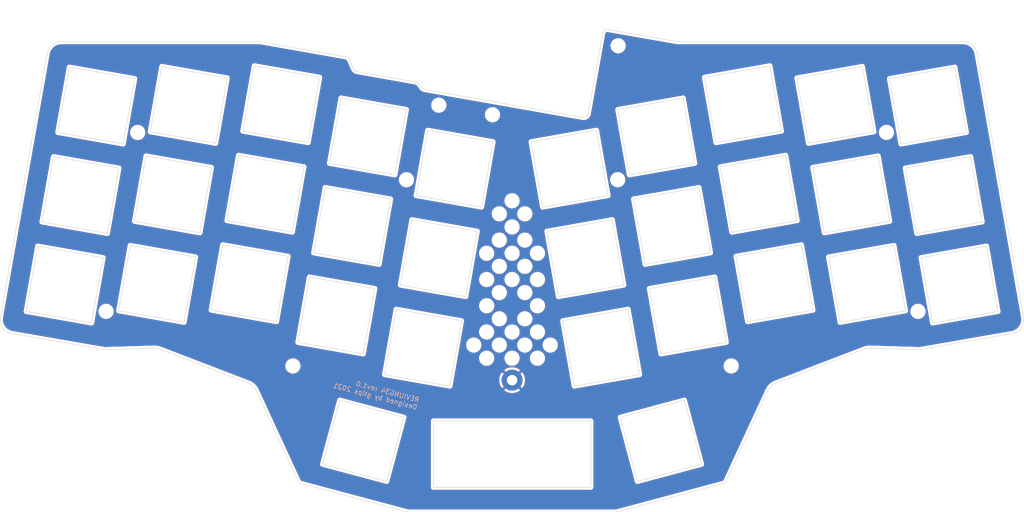
<source format=kicad_pcb>
(kicad_pcb (version 20171130) (host pcbnew "(5.1.9-0-10_14)")
  (layers (0 F.Cu signal) (31 B.Cu signal) (34 B.Paste user) (35 F.Paste user) (36 B.SilkS user) (37 F.SilkS user) (38 B.Mask user) (39 F.Mask user) (44 Edge.Cuts user))
  (net 0 "")
  (net 1 GND)
  (module _reviung-kbd:HOLE_2.2mm (layer F.Cu) (at 132.65 96.31)
    (fp_text reference Ref**)
    (fp_text value Val**)
    (pad "" np_thru_hole circle (at 0 0) (size 2.2 2.2) (drill 2.2) (layers *.Cu *.Mask))
  )
  (module _reviung-kbd:HOLE_2.2mm (layer F.Cu) (at 127.33 96.31)
    (fp_text reference Ref**)
    (fp_text value Val**)
    (pad "" np_thru_hole circle (at 0 0) (size 2.2 2.2) (drill 2.2) (layers *.Cu *.Mask))
  )
  (module _reviung-kbd:HOLE_2.2mm (layer F.Cu) (at 122.01 96.31)
    (fp_text reference Ref**)
    (fp_text value Val**)
    (pad "" np_thru_hole circle (at 0 0) (size 2.2 2.2) (drill 2.2) (layers *.Cu *.Mask))
  )
  (module _reviung-kbd:HOLE_2.2mm (layer F.Cu) (at 135.33 93.55)
    (fp_text reference Ref**)
    (fp_text value Val**)
    (pad "" np_thru_hole circle (at 0 0) (size 2.2 2.2) (drill 2.2) (layers *.Cu *.Mask))
  )
  (module _reviung-kbd:HOLE_2.2mm (layer F.Cu) (at 130 93.55)
    (fp_text reference Ref**)
    (fp_text value Val**)
    (pad "" np_thru_hole circle (at 0 0) (size 2.2 2.2) (drill 2.2) (layers *.Cu *.Mask))
  )
  (module _reviung-kbd:HOLE_2.2mm (layer F.Cu) (at 124.66 93.55)
    (fp_text reference Ref**)
    (fp_text value Val**)
    (pad "" np_thru_hole circle (at 0 0) (size 2.2 2.2) (drill 2.2) (layers *.Cu *.Mask))
  )
  (module _reviung-kbd:HOLE_2.2mm (layer F.Cu) (at 119.31 93.55)
    (fp_text reference Ref**)
    (fp_text value Val**)
    (pad "" np_thru_hole circle (at 0 0) (size 2.2 2.2) (drill 2.2) (layers *.Cu *.Mask))
  )
  (module _reviung-kbd:HOLE_2.2mm (layer F.Cu) (at 132.65 90.81)
    (fp_text reference Ref**)
    (fp_text value Val**)
    (pad "" np_thru_hole circle (at 0 0) (size 2.2 2.2) (drill 2.2) (layers *.Cu *.Mask))
  )
  (module _reviung-kbd:HOLE_2.2mm (layer F.Cu) (at 127.33 90.81)
    (fp_text reference Ref**)
    (fp_text value Val**)
    (pad "" np_thru_hole circle (at 0 0) (size 2.2 2.2) (drill 2.2) (layers *.Cu *.Mask))
  )
  (module _reviung-kbd:HOLE_2.2mm (layer F.Cu) (at 122.01 90.81)
    (fp_text reference Ref**)
    (fp_text value Val**)
    (pad "" np_thru_hole circle (at 0 0) (size 2.2 2.2) (drill 2.2) (layers *.Cu *.Mask))
  )
  (module _reviung-kbd:HOLE_2.2mm (layer F.Cu) (at 130 88.05)
    (fp_text reference Ref**)
    (fp_text value Val**)
    (pad "" np_thru_hole circle (at 0 0) (size 2.2 2.2) (drill 2.2) (layers *.Cu *.Mask))
  )
  (module _reviung-kbd:HOLE_2.2mm (layer F.Cu) (at 124.66 88.05)
    (fp_text reference Ref**)
    (fp_text value Val**)
    (pad "" np_thru_hole circle (at 0 0) (size 2.2 2.2) (drill 2.2) (layers *.Cu *.Mask))
  )
  (module _reviung-kbd:HOLE_2.2mm (layer F.Cu) (at 132.65 85.31)
    (fp_text reference Ref**)
    (fp_text value Val**)
    (pad "" np_thru_hole circle (at 0 0) (size 2.2 2.2) (drill 2.2) (layers *.Cu *.Mask))
  )
  (module _reviung-kbd:HOLE_2.2mm (layer F.Cu) (at 122.02 85.31)
    (fp_text reference Ref**)
    (fp_text value Val**)
    (pad "" np_thru_hole circle (at 0 0) (size 2.2 2.2) (drill 2.2) (layers *.Cu *.Mask))
  )
  (module _reviung-kbd:HOLE_2.2mm (layer F.Cu) (at 130 82.55)
    (fp_text reference Ref**)
    (fp_text value Val**)
    (pad "" np_thru_hole circle (at 0 0) (size 2.2 2.2) (drill 2.2) (layers *.Cu *.Mask))
  )
  (module _reviung-kbd:HOLE_2.2mm (layer F.Cu) (at 124.66 82.55)
    (fp_text reference Ref**)
    (fp_text value Val**)
    (pad "" np_thru_hole circle (at 0 0) (size 2.2 2.2) (drill 2.2) (layers *.Cu *.Mask))
  )
  (module _reviung-kbd:HOLE_2.2mm (layer F.Cu) (at 132.65 79.81)
    (fp_text reference Ref**)
    (fp_text value Val**)
    (pad "" np_thru_hole circle (at 0 0) (size 2.2 2.2) (drill 2.2) (layers *.Cu *.Mask))
  )
  (module _reviung-kbd:HOLE_2.2mm (layer F.Cu) (at 127.33 79.81)
    (fp_text reference Ref**)
    (fp_text value Val**)
    (pad "" np_thru_hole circle (at 0 0) (size 2.2 2.2) (drill 2.2) (layers *.Cu *.Mask))
  )
  (module _reviung-kbd:HOLE_2.2mm (layer F.Cu) (at 122.01 79.81)
    (fp_text reference Ref**)
    (fp_text value Val**)
    (pad "" np_thru_hole circle (at 0 0) (size 2.2 2.2) (drill 2.2) (layers *.Cu *.Mask))
  )
  (module _reviung-kbd:HOLE_2.2mm (layer F.Cu) (at 130 77.05)
    (fp_text reference Ref**)
    (fp_text value Val**)
    (pad "" np_thru_hole circle (at 0 0) (size 2.2 2.2) (drill 2.2) (layers *.Cu *.Mask))
  )
  (module _reviung-kbd:HOLE_2.2mm (layer F.Cu) (at 124.66 77.05)
    (fp_text reference Ref**)
    (fp_text value Val**)
    (pad "" np_thru_hole circle (at 0 0) (size 2.2 2.2) (drill 2.2) (layers *.Cu *.Mask))
  )
  (module _reviung-kbd:HOLE_2.2mm (layer F.Cu) (at 132.65 74.3)
    (fp_text reference Ref**)
    (fp_text value Val**)
    (pad "" np_thru_hole circle (at 0 0) (size 2.2 2.2) (drill 2.2) (layers *.Cu *.Mask))
  )
  (module _reviung-kbd:HOLE_2.2mm (layer F.Cu) (at 127.34 74.31)
    (fp_text reference Ref**)
    (fp_text value Val**)
    (pad "" np_thru_hole circle (at 0 0) (size 2.2 2.2) (drill 2.2) (layers *.Cu *.Mask))
  )
  (module _reviung-kbd:HOLE_2.2mm (layer F.Cu) (at 122.01 74.31)
    (fp_text reference Ref**)
    (fp_text value Val**)
    (pad "" np_thru_hole circle (at 0 0) (size 2.2 2.2) (drill 2.2) (layers *.Cu *.Mask))
  )
  (module _reviung-kbd:HOLE_2.2mm (layer F.Cu) (at 130 71.55)
    (fp_text reference Ref**)
    (fp_text value Val**)
    (pad "" np_thru_hole circle (at 0 0) (size 2.2 2.2) (drill 2.2) (layers *.Cu *.Mask))
  )
  (module _reviung-kbd:HOLE_2.2mm (layer F.Cu) (at 124.66 71.55)
    (fp_text reference Ref**)
    (fp_text value Val**)
    (pad "" np_thru_hole circle (at 0 0) (size 2.2 2.2) (drill 2.2) (layers *.Cu *.Mask))
  )
  (module _reviung-kbd:HOLE_2.2mm (layer F.Cu) (at 127.33 68.8)
    (fp_text reference Ref**)
    (fp_text value Val**)
    (pad "" np_thru_hole circle (at 0 0) (size 2.2 2.2) (drill 2.2) (layers *.Cu *.Mask))
  )
  (module _reviung-kbd:HOLE_2.2mm (layer F.Cu) (at 130 66.05)
    (fp_text reference Ref**)
    (fp_text value Val**)
    (pad "" np_thru_hole circle (at 0 0) (size 2.2 2.2) (drill 2.2) (layers *.Cu *.Mask))
  )
  (module _reviung-kbd:HOLE_2.2mm (layer F.Cu) (at 124.66 66.05)
    (fp_text reference Ref**)
    (fp_text value Val**)
    (pad "" np_thru_hole circle (at 0 0) (size 2.2 2.2) (drill 2.2) (layers *.Cu *.Mask))
  )
  (module _reviung-kbd:HOLE_2.2mm (layer F.Cu) (at 127.33 63.31)
    (fp_text reference Ref**)
    (fp_text value Val**)
    (pad "" np_thru_hole circle (at 0 0) (size 2.2 2.2) (drill 2.2) (layers *.Cu *.Mask))
  )
  (module _reviung-kbd:HOLE_2.2mm (layer F.Cu) (at 149.54 30.82)
    (fp_text reference Ref**)
    (fp_text value Val**)
    (pad "" np_thru_hole circle (at 0 0) (size 2.2 2.2) (drill 2.2) (layers *.Cu *.Mask))
  )
  (module _reviung-kbd:HOLE_2.2mm (layer F.Cu) (at 123.23 45.27)
    (fp_text reference Ref**)
    (fp_text value Val**)
    (pad "" np_thru_hole circle (at 0 0) (size 2.2 2.2) (drill 2.2) (layers *.Cu *.Mask))
  )
  (module _reviung-kbd:HOLE_2.2mm (layer F.Cu) (at 111.99 43.27)
    (fp_text reference Ref**)
    (fp_text value Val**)
    (pad "" np_thru_hole circle (at 0 0) (size 2.2 2.2) (drill 2.2) (layers *.Cu *.Mask))
  )
  (module MountingHole:MountingHole_2.2mm_M2 (layer F.Cu) (at 212.33 86.49)
    (fp_text reference H8 hide)
    (fp_text value MountingHole_2.2mm_M2 hide)
    (pad 1 np_thru_hole circle (at 0 0) (size 2.2 2.2) (drill 2.2) (layers *.Cu *.Mask))
  )
  (module MountingHole:MountingHole_2.2mm_M2 (layer F.Cu) (at 205.73 48.98)
    (fp_text reference H7 hide)
    (fp_text value MountingHole_2.2mm_M2 hide)
    (pad 1 np_thru_hole circle (at 0 0) (size 2.2 2.2) (drill 2.2) (layers *.Cu *.Mask))
  )
  (module MountingHole:MountingHole_2.2mm_M2 (layer F.Cu) (at 173.22 97.93)
    (fp_text reference H6 hide)
    (fp_text value MountingHole_2.2mm_M2 hide)
    (pad 1 np_thru_hole circle (at 0 0) (size 2.2 2.2) (drill 2.2) (layers *.Cu *.Mask))
  )
  (module MountingHole:MountingHole_2.2mm_M2 (layer F.Cu) (at 149.45 58.89)
    (fp_text reference H5 hide)
    (fp_text value MountingHole_2.2mm_M2 hide)
    (pad 1 np_thru_hole circle (at 0 0) (size 2.2 2.2) (drill 2.2) (layers *.Cu *.Mask))
  )
  (module MountingHole:MountingHole_2.2mm_M2 (layer F.Cu) (at 81.44 97.93)
    (fp_text reference H3 hide)
    (fp_text value MountingHole_2.2mm_M2 hide)
    (pad 1 np_thru_hole circle (at 0 0) (size 2.2 2.2) (drill 2.2) (layers *.Cu *.Mask))
  )
  (module MountingHole:MountingHole_2.2mm_M2 (layer F.Cu) (at 105.22 58.9)
    (fp_text reference H4 hide)
    (fp_text value MountingHole_2.2mm_M2 hide)
    (pad 1 np_thru_hole circle (at 0 0) (size 2.2 2.2) (drill 2.2) (layers *.Cu *.Mask))
  )
  (module MountingHole:MountingHole_2.2mm_M2 (layer F.Cu) (at 42.32 86.49)
    (fp_text reference H2 hide)
    (fp_text value MountingHole_2.2mm_M2 hide)
    (pad 1 np_thru_hole circle (at 0 0) (size 2.2 2.2) (drill 2.2) (layers *.Cu *.Mask))
  )
  (module MountingHole:MountingHole_2.2mm_M2 (layer F.Cu) (at 48.94 48.99)
    (fp_text reference H9 hide)
    (fp_text value MountingHole_2.2mm_M2 hide)
    (pad 1 np_thru_hole circle (at 0 0) (size 2.2 2.2) (drill 2.2) (layers *.Cu *.Mask))
  )
  (module MountingHole:MountingHole_2.2mm_M2_Pad (layer F.Cu) (at 127.34 100.91)
    (fp_text reference H1 hide)
    (fp_text value MountingHole_Pad hide)
    (pad 1 thru_hole circle (at 0 0) (size 4.4 4.4) (drill 2.2) (layers *.Cu *.Mask) (net 1 GND))
  )
  (gr_text "REVIUNG34 rev1.0\nDesigned by gtips 2021" (at 107.73 105.9 -15) (layer B.SilkS) (effects (font (size 1 1)) (justify left mirror)))
  (gr_curve (pts (xy 226.668117 72.814917) (xy 226.668117 72.814917) (xy 229.081816 86.503745) (xy 229.081816 86.503745)) (layer Edge.Cuts) (width 0.1))
  (gr_curve (pts (xy 84.897313 79.292105) (xy 84.897313 79.292105) (xy 98.586142 81.705825) (xy 98.586142 81.705825)) (layer Edge.Cuts) (width 0.1))
  (gr_curve (pts (xy 82.483615 92.980934) (xy 82.483615 92.980934) (xy 84.897313 79.292105) (xy 84.897313 79.292105)) (layer Edge.Cuts) (width 0.1))
  (gr_curve (pts (xy 104.679052 108.698084) (xy 104.679052 108.698084) (xy 101.081468 122.124461) (xy 101.081468 122.124461)) (layer Edge.Cuts) (width 0.1))
  (gr_curve (pts (xy 91.252696 105.1005) (xy 91.252696 105.1005) (xy 104.679052 108.698084) (xy 104.679052 108.698084)) (layer Edge.Cuts) (width 0.1))
  (gr_curve (pts (xy 87.655112 118.526877) (xy 87.655112 118.526877) (xy 91.252696 105.1005) (xy 91.252696 105.1005)) (layer Edge.Cuts) (width 0.1))
  (gr_curve (pts (xy 206.405465 67.604318) (xy 206.405465 67.604318) (xy 192.716637 70.018016) (xy 192.716637 70.018016)) (layer Edge.Cuts) (width 0.1))
  (gr_curve (pts (xy 203.991767 53.915489) (xy 203.991767 53.915489) (xy 206.405465 67.604318) (xy 206.405465 67.604318)) (layer Edge.Cuts) (width 0.1))
  (gr_curve (pts (xy 158.503458 95.394589) (xy 158.503458 95.394589) (xy 156.08976 81.705761) (xy 156.08976 81.705761)) (layer Edge.Cuts) (width 0.1))
  (gr_curve (pts (xy 190.345485 86.227104) (xy 190.345485 86.227104) (xy 176.656657 88.640824) (xy 176.656657 88.640824)) (layer Edge.Cuts) (width 0.1))
  (gr_curve (pts (xy 187.931787 72.538276) (xy 187.931787 72.538276) (xy 190.345485 86.227104) (xy 190.345485 86.227104)) (layer Edge.Cuts) (width 0.1))
  (gr_curve (pts (xy 174.242958 74.951996) (xy 174.242958 74.951996) (xy 187.931787 72.538276) (xy 187.931787 72.538276)) (layer Edge.Cuts) (width 0.1))
  (gr_curve (pts (xy 190.302938 56.329188) (xy 190.302938 56.329188) (xy 203.991767 53.915489) (xy 203.991767 53.915489)) (layer Edge.Cuts) (width 0.1))
  (gr_curve (pts (xy 209.713467 86.364908) (xy 209.713467 86.364908) (xy 196.024639 88.778606) (xy 196.024639 88.778606)) (layer Edge.Cuts) (width 0.1))
  (gr_curve (pts (xy 176.656657 88.640824) (xy 176.656657 88.640824) (xy 174.242958 74.951996) (xy 174.242958 74.951996)) (layer Edge.Cuts) (width 0.1))
  (gr_curve (pts (xy 192.716637 70.018016) (xy 192.716637 70.018016) (xy 190.302938 56.329188) (xy 190.302938 56.329188)) (layer Edge.Cuts) (width 0.1))
  (gr_curve (pts (xy 207.299769 72.676079) (xy 207.299769 72.676079) (xy 209.713467 86.364908) (xy 209.713467 86.364908)) (layer Edge.Cuts) (width 0.1))
  (gr_curve (pts (xy 193.61094 75.089778) (xy 193.61094 75.089778) (xy 207.299769 72.676079) (xy 207.299769 72.676079)) (layer Edge.Cuts) (width 0.1))
  (gr_curve (pts (xy 101.081468 122.124461) (xy 101.081468 122.124461) (xy 87.655112 118.526877) (xy 87.655112 118.526877)) (layer Edge.Cuts) (width 0.1))
  (gr_curve (pts (xy 114.325255 102.149474) (xy 114.325255 102.149474) (xy 100.636426 99.735754) (xy 100.636426 99.735754)) (layer Edge.Cuts) (width 0.1))
  (gr_curve (pts (xy 116.738975 88.460646) (xy 116.738975 88.460646) (xy 114.325255 102.149474) (xy 114.325255 102.149474)) (layer Edge.Cuts) (width 0.1))
  (gr_curve (pts (xy 103.050146 86.046926) (xy 103.050146 86.046926) (xy 116.738975 88.460646) (xy 116.738975 88.460646)) (layer Edge.Cuts) (width 0.1))
  (gr_curve (pts (xy 100.636426 99.735754) (xy 100.636426 99.735754) (xy 103.050146 86.046926) (xy 103.050146 86.046926)) (layer Edge.Cuts) (width 0.1))
  (gr_curve (pts (xy 143.813463 109.452345) (xy 143.813463 109.452345) (xy 143.81342 123.352357) (xy 143.81342 123.352357)) (layer Edge.Cuts) (width 0.1))
  (gr_curve (pts (xy 110.86345 109.452345) (xy 110.86345 109.452345) (xy 143.813463 109.452345) (xy 143.813463 109.452345)) (layer Edge.Cuts) (width 0.1))
  (gr_curve (pts (xy 110.863429 123.352336) (xy 110.863429 123.352336) (xy 110.86345 109.452345) (xy 110.86345 109.452345)) (layer Edge.Cuts) (width 0.1))
  (gr_curve (pts (xy 143.81342 123.352357) (xy 143.81342 123.352357) (xy 110.863429 123.352336) (xy 110.863429 123.352336)) (layer Edge.Cuts) (width 0.1))
  (gr_curve (pts (xy 154.039454 99.735711) (xy 154.039454 99.735711) (xy 140.350625 102.14941) (xy 140.350625 102.14941)) (layer Edge.Cuts) (width 0.1))
  (gr_curve (pts (xy 151.625756 86.046883) (xy 151.625756 86.046883) (xy 154.039454 99.735711) (xy 154.039454 99.735711)) (layer Edge.Cuts) (width 0.1))
  (gr_curve (pts (xy 137.936927 88.460581) (xy 137.936927 88.460581) (xy 151.625756 86.046883) (xy 151.625756 86.046883)) (layer Edge.Cuts) (width 0.1))
  (gr_curve (pts (xy 140.350625 102.14941) (xy 140.350625 102.14941) (xy 137.936927 88.460581) (xy 137.936927 88.460581)) (layer Edge.Cuts) (width 0.1))
  (gr_curve (pts (xy 167.010755 118.526877) (xy 167.010755 118.526877) (xy 153.584378 122.124461) (xy 153.584378 122.124461)) (layer Edge.Cuts) (width 0.1))
  (gr_curve (pts (xy 163.413193 105.1005) (xy 163.413193 105.1005) (xy 167.010755 118.526877) (xy 167.010755 118.526877)) (layer Edge.Cuts) (width 0.1))
  (gr_curve (pts (xy 149.986816 108.698084) (xy 149.986816 108.698084) (xy 163.413193 105.1005) (xy 163.413193 105.1005)) (layer Edge.Cuts) (width 0.1))
  (gr_curve (pts (xy 153.584378 122.124461) (xy 153.584378 122.124461) (xy 149.986816 108.698084) (xy 149.986816 108.698084)) (layer Edge.Cuts) (width 0.1))
  (gr_curve (pts (xy 172.192287 92.980891) (xy 172.192287 92.980891) (xy 158.503458 95.394589) (xy 158.503458 95.394589)) (layer Edge.Cuts) (width 0.1))
  (gr_curve (pts (xy 169.778588 79.292062) (xy 169.778588 79.292062) (xy 172.192287 92.980891) (xy 172.192287 92.980891)) (layer Edge.Cuts) (width 0.1))
  (gr_curve (pts (xy 156.08976 81.705761) (xy 156.08976 81.705761) (xy 169.778588 79.292062) (xy 169.778588 79.292062)) (layer Edge.Cuts) (width 0.1))
  (gr_curve (pts (xy 58.651263 88.77865) (xy 58.651263 88.77865) (xy 44.962434 86.364951) (xy 44.962434 86.364951)) (layer Edge.Cuts) (width 0.1))
  (gr_curve (pts (xy 61.959265 70.018059) (xy 61.959265 70.018059) (xy 48.270436 67.604361) (xy 48.270436 67.604361)) (layer Edge.Cuts) (width 0.1))
  (gr_curve (pts (xy 64.372963 56.329231) (xy 64.372963 56.329231) (xy 61.959265 70.018059) (xy 61.959265 70.018059)) (layer Edge.Cuts) (width 0.1))
  (gr_curve (pts (xy 50.684135 53.915532) (xy 50.684135 53.915532) (xy 64.372963 56.329231) (xy 64.372963 56.329231)) (layer Edge.Cuts) (width 0.1))
  (gr_curve (pts (xy 48.270436 67.604361) (xy 48.270436 67.604361) (xy 50.684135 53.915532) (xy 50.684135 53.915532)) (layer Edge.Cuts) (width 0.1))
  (gr_curve (pts (xy 78.017221 88.638736) (xy 78.017221 88.638736) (xy 64.328392 86.225037) (xy 64.328392 86.225037)) (layer Edge.Cuts) (width 0.1))
  (gr_curve (pts (xy 80.430941 74.949907) (xy 80.430941 74.949907) (xy 78.017221 88.638736) (xy 78.017221 88.638736)) (layer Edge.Cuts) (width 0.1))
  (gr_curve (pts (xy 66.742112 72.536209) (xy 66.742112 72.536209) (xy 80.430941 74.949907) (xy 80.430941 74.949907)) (layer Edge.Cuts) (width 0.1))
  (gr_curve (pts (xy 64.328392 86.225037) (xy 64.328392 86.225037) (xy 66.742112 72.536209) (xy 66.742112 72.536209)) (layer Edge.Cuts) (width 0.1))
  (gr_curve (pts (xy 96.172444 95.394654) (xy 96.172444 95.394654) (xy 82.483615 92.980934) (xy 82.483615 92.980934)) (layer Edge.Cuts) (width 0.1))
  (gr_curve (pts (xy 98.586142 81.705825) (xy 98.586142 81.705825) (xy 96.172444 95.394654) (xy 96.172444 95.394654)) (layer Edge.Cuts) (width 0.1))
  (gr_curve (pts (xy 212.979289 75.228615) (xy 212.979289 75.228615) (xy 226.668117 72.814917) (xy 226.668117 72.814917)) (layer Edge.Cuts) (width 0.1))
  (gr_curve (pts (xy 215.392987 88.917444) (xy 215.392987 88.917444) (xy 212.979289 75.228615) (xy 212.979289 75.228615)) (layer Edge.Cuts) (width 0.1))
  (gr_curve (pts (xy 196.024639 88.778606) (xy 196.024639 88.778606) (xy 193.61094 75.089778) (xy 193.61094 75.089778)) (layer Edge.Cuts) (width 0.1))
  (gr_curve (pts (xy 229.081816 86.503745) (xy 229.081816 86.503745) (xy 215.392987 88.917444) (xy 215.392987 88.917444)) (layer Edge.Cuts) (width 0.1))
  (gr_curve (pts (xy 107.836955 38.816432) (xy 107.684984 38.608025) (xy 107.458339 38.466389) (xy 107.204393 38.421151)) (layer Edge.Cuts) (width 0.1))
  (gr_curve (pts (xy 108.402339 39.591751) (xy 108.402339 39.591751) (xy 107.836955 38.816432) (xy 107.836955 38.816432)) (layer Edge.Cuts) (width 0.1))
  (gr_curve (pts (xy 109.036301 39.987269) (xy 108.781816 39.942311) (xy 108.554612 39.800545) (xy 108.402339 39.591751)) (layer Edge.Cuts) (width 0.1))
  (gr_curve (pts (xy 142.14102 45.837709) (xy 142.14102 45.837709) (xy 109.036301 39.987269) (xy 109.036301 39.987269)) (layer Edge.Cuts) (width 0.1))
  (gr_curve (pts (xy 72.122878 101.509763) (xy 72.852162 101.79) (xy 73.443361 102.34367) (xy 73.770732 103.053037)) (layer Edge.Cuts) (width 0.1))
  (gr_curve (pts (xy 53.577154 94.383411) (xy 53.577154 94.383411) (xy 72.122878 101.509763) (xy 72.122878 101.509763)) (layer Edge.Cuts) (width 0.1))
  (gr_curve (pts (xy 52.410364 94.185167) (xy 52.808596 94.173109) (xy 53.205256 94.240504) (xy 53.577154 94.383411)) (layer Edge.Cuts) (width 0.1))
  (gr_curve (pts (xy 42.283851 94.491587) (xy 42.283851 94.491587) (xy 52.410364 94.185167) (xy 52.410364 94.185167)) (layer Edge.Cuts) (width 0.1))
  (gr_curve (pts (xy 180.913094 103.051852) (xy 181.24055 102.343218) (xy 181.831319 101.790108) (xy 182.56 101.51)) (layer Edge.Cuts) (width 0.1))
  (gr_curve (pts (xy 172.179001 121.95395) (xy 172.179001 121.95395) (xy 180.913094 103.051852) (xy 180.913094 103.051852)) (layer Edge.Cuts) (width 0.1))
  (gr_curve (pts (xy 171.505141 122.558758) (xy 171.813391 122.476227) (xy 172.063741 122.25152) (xy 172.179001 121.95395)) (layer Edge.Cuts) (width 0.1))
  (gr_curve (pts (xy 149.114475 128.558435) (xy 149.114475 128.558435) (xy 171.505141 122.558758) (xy 171.505141 122.558758)) (layer Edge.Cuts) (width 0.1))
  (gr_curve (pts (xy 105.55107 128.558435) (xy 105.55107 128.558435) (xy 149.114475 128.558435) (xy 149.114475 128.558435)) (layer Edge.Cuts) (width 0.1))
  (gr_curve (pts (xy 83.178125 122.580893) (xy 83.178125 122.580893) (xy 105.55107 128.558435) (xy 105.55107 128.558435)) (layer Edge.Cuts) (width 0.1))
  (gr_curve (pts (xy 82.504092 121.976688) (xy 82.619546 122.274064) (xy 82.869939 122.498534) (xy 83.178125 122.580893)) (layer Edge.Cuts) (width 0.1))
  (gr_curve (pts (xy 73.770732 103.053037) (xy 73.770732 103.053037) (xy 82.504092 121.976688) (xy 82.504092 121.976688)) (layer Edge.Cuts) (width 0.1))
  (gr_curve (pts (xy 143.29952 45.028521) (xy 143.202669 45.57164) (xy 142.684269 45.933698) (xy 142.14102 45.837709)) (layer Edge.Cuts) (width 0.1))
  (gr_curve (pts (xy 146.296214 28.225326) (xy 146.296214 28.225326) (xy 143.29952 45.028521) (xy 143.29952 45.028521)) (layer Edge.Cuts) (width 0.1))
  (gr_curve (pts (xy 147.453164 27.415879) (xy 146.910367 27.320838) (xy 146.392957 27.682809) (xy 146.296214 28.225326)) (layer Edge.Cuts) (width 0.1))
  (gr_curve (pts (xy 161.967566 29.957628) (xy 161.967566 29.957628) (xy 147.453164 27.415879) (xy 147.453164 27.415879)) (layer Edge.Cuts) (width 0.1))
  (gr_curve (pts (xy 61.064983 75.089821) (xy 61.064983 75.089821) (xy 58.651263 88.77865) (xy 58.651263 88.77865)) (layer Edge.Cuts) (width 0.1))
  (gr_curve (pts (xy 47.376154 72.676123) (xy 47.376154 72.676123) (xy 61.064983 75.089821) (xy 61.064983 75.089821)) (layer Edge.Cuts) (width 0.1))
  (gr_curve (pts (xy 44.962434 86.364951) (xy 44.962434 86.364951) (xy 47.376154 72.676123) (xy 47.376154 72.676123)) (layer Edge.Cuts) (width 0.1))
  (gr_curve (pts (xy 41.679344 94.448652) (xy 41.87888 94.483319) (xy 42.081408 94.497723) (xy 42.283851 94.491587)) (layer Edge.Cuts) (width 0.1))
  (gr_curve (pts (xy 22.642565 91.139573) (xy 22.642565 91.139573) (xy 41.679344 94.448652) (xy 41.679344 94.448652)) (layer Edge.Cuts) (width 0.1))
  (gr_curve (pts (xy 20.208454 87.662568) (xy 19.919777 89.295048) (xy 21.009869 90.852188) (xy 22.642565 91.139573)) (layer Edge.Cuts) (width 0.1))
  (gr_curve (pts (xy 29.981738 32.435082) (xy 29.981738 32.435082) (xy 20.208454 87.662568) (xy 20.208454 87.662568)) (layer Edge.Cuts) (width 0.1))
  (gr_curve (pts (xy 32.935907 29.957498) (xy 31.480591 29.957498) (xy 30.235168 31.001987) (xy 29.981738 32.435082)) (layer Edge.Cuts) (width 0.1))
  (gr_curve (pts (xy 74.585281 29.957628) (xy 74.585281 29.957628) (xy 32.935907 29.957498) (xy 32.935907 29.957498)) (layer Edge.Cuts) (width 0.1))
  (gr_curve (pts (xy 92.541399 33.139195) (xy 92.541399 33.139195) (xy 74.585281 29.957628) (xy 74.585281 29.957628)) (layer Edge.Cuts) (width 0.1))
  (gr_curve (pts (xy 93.284097 33.725313) (xy 93.150449 33.417795) (xy 92.871568 33.197697) (xy 92.541399 33.139195)) (layer Edge.Cuts) (width 0.1))
  (gr_curve (pts (xy 94.113934 35.634973) (xy 94.113934 35.634973) (xy 93.284097 33.725313) (xy 93.284097 33.725313)) (layer Edge.Cuts) (width 0.1))
  (gr_curve (pts (xy 94.855663 36.220919) (xy 94.525882 36.162158) (xy 94.247432 35.942189) (xy 94.113934 35.634973)) (layer Edge.Cuts) (width 0.1))
  (gr_curve (pts (xy 107.204393 38.421151) (xy 107.204393 38.421151) (xy 94.855663 36.220919) (xy 94.855663 36.220919)) (layer Edge.Cuts) (width 0.1))
  (gr_curve (pts (xy 232.007348 91.14487) (xy 233.639268 90.857377) (xy 234.729038 89.301249) (xy 234.441286 87.669393)) (layer Edge.Cuts) (width 0.1))
  (gr_curve (pts (xy 212.99673 94.449707) (xy 212.99673 94.449707) (xy 232.007348 91.14487) (xy 232.007348 91.14487)) (layer Edge.Cuts) (width 0.1))
  (gr_curve (pts (xy 212.391878 94.492663) (xy 212.594429 94.4988) (xy 212.797086 94.484417) (xy 212.99673 94.449707)) (layer Edge.Cuts) (width 0.1))
  (gr_curve (pts (xy 221.749275 29.957628) (xy 221.749275 29.957628) (xy 161.967566 29.957628) (xy 161.967566 29.957628)) (layer Edge.Cuts) (width 0.1))
  (gr_curve (pts (xy 224.703702 32.436632) (xy 224.450875 31.002891) (xy 223.20515 29.957628) (xy 221.749275 29.957628)) (layer Edge.Cuts) (width 0.1))
  (gr_curve (pts (xy 234.441286 87.669393) (xy 234.441286 87.669393) (xy 224.703702 32.436632) (xy 224.703702 32.436632)) (layer Edge.Cuts) (width 0.1))
  (gr_curve (pts (xy 223.360115 54.054326) (xy 223.360115 54.054326) (xy 225.773835 67.743155) (xy 225.773835 67.743155)) (layer Edge.Cuts) (width 0.1))
  (gr_curve (pts (xy 209.671287 56.468025) (xy 209.671287 56.468025) (xy 223.360115 54.054326) (xy 223.360115 54.054326)) (layer Edge.Cuts) (width 0.1))
  (gr_curve (pts (xy 212.085007 70.156853) (xy 212.085007 70.156853) (xy 209.671287 56.468025) (xy 209.671287 56.468025)) (layer Edge.Cuts) (width 0.1))
  (gr_curve (pts (xy 225.773835 67.743155) (xy 225.773835 67.743155) (xy 212.085007 70.156853) (xy 212.085007 70.156853)) (layer Edge.Cuts) (width 0.1))
  (gr_curve (pts (xy 206.363306 37.707434) (xy 206.363306 37.707434) (xy 220.052134 35.293736) (xy 220.052134 35.293736)) (layer Edge.Cuts) (width 0.1))
  (gr_curve (pts (xy 208.777004 51.396263) (xy 208.777004 51.396263) (xy 206.363306 37.707434) (xy 206.363306 37.707434)) (layer Edge.Cuts) (width 0.1))
  (gr_curve (pts (xy 222.465833 48.982564) (xy 222.465833 48.982564) (xy 208.777004 51.396263) (xy 208.777004 51.396263)) (layer Edge.Cuts) (width 0.1))
  (gr_curve (pts (xy 220.052134 35.293736) (xy 220.052134 35.293736) (xy 222.465833 48.982564) (xy 222.465833 48.982564)) (layer Edge.Cuts) (width 0.1))
  (gr_curve (pts (xy 186.994957 37.568619) (xy 186.994957 37.568619) (xy 200.683786 35.154899) (xy 200.683786 35.154899)) (layer Edge.Cuts) (width 0.1))
  (gr_curve (pts (xy 189.408656 51.257447) (xy 189.408656 51.257447) (xy 186.994957 37.568619) (xy 186.994957 37.568619)) (layer Edge.Cuts) (width 0.1))
  (gr_curve (pts (xy 203.097485 48.843727) (xy 203.097485 48.843727) (xy 189.408656 51.257447) (xy 189.408656 51.257447)) (layer Edge.Cuts) (width 0.1))
  (gr_curve (pts (xy 200.683786 35.154899) (xy 200.683786 35.154899) (xy 203.097485 48.843727) (xy 203.097485 48.843727)) (layer Edge.Cuts) (width 0.1))
  (gr_curve (pts (xy 184.623784 53.777685) (xy 184.623784 53.777685) (xy 187.037504 67.466514) (xy 187.037504 67.466514)) (layer Edge.Cuts) (width 0.1))
  (gr_curve (pts (xy 170.934956 56.191405) (xy 170.934956 56.191405) (xy 184.623784 53.777685) (xy 184.623784 53.777685)) (layer Edge.Cuts) (width 0.1))
  (gr_curve (pts (xy 173.348676 69.880234) (xy 173.348676 69.880234) (xy 170.934956 56.191405) (xy 170.934956 56.191405)) (layer Edge.Cuts) (width 0.1))
  (gr_curve (pts (xy 187.037504 67.466514) (xy 187.037504 67.466514) (xy 173.348676 69.880234) (xy 173.348676 69.880234)) (layer Edge.Cuts) (width 0.1))
  (gr_curve (pts (xy 167.626975 37.430815) (xy 167.626975 37.430815) (xy 181.315804 35.017116) (xy 181.315804 35.017116)) (layer Edge.Cuts) (width 0.1))
  (gr_curve (pts (xy 170.040674 51.119643) (xy 170.040674 51.119643) (xy 167.626975 37.430815) (xy 167.626975 37.430815)) (layer Edge.Cuts) (width 0.1))
  (gr_curve (pts (xy 183.729502 48.705945) (xy 183.729502 48.705945) (xy 170.040674 51.119643) (xy 170.040674 51.119643)) (layer Edge.Cuts) (width 0.1))
  (gr_curve (pts (xy 181.315804 35.017116) (xy 181.315804 35.017116) (xy 183.729502 48.705945) (xy 183.729502 48.705945)) (layer Edge.Cuts) (width 0.1))
  (gr_curve (pts (xy 166.470586 60.531472) (xy 166.470586 60.531472) (xy 168.884284 74.2203) (xy 168.884284 74.2203)) (layer Edge.Cuts) (width 0.1))
  (gr_curve (pts (xy 152.781757 62.94517) (xy 152.781757 62.94517) (xy 166.470586 60.531472) (xy 166.470586 60.531472)) (layer Edge.Cuts) (width 0.1))
  (gr_curve (pts (xy 155.195456 76.633999) (xy 155.195456 76.633999) (xy 152.781757 62.94517) (xy 152.781757 62.94517)) (layer Edge.Cuts) (width 0.1))
  (gr_curve (pts (xy 168.884284 74.2203) (xy 168.884284 74.2203) (xy 155.195456 76.633999) (xy 155.195456 76.633999)) (layer Edge.Cuts) (width 0.1))
  (gr_curve (pts (xy 149.473777 44.184602) (xy 149.473777 44.184602) (xy 163.162605 41.770881) (xy 163.162605 41.770881)) (layer Edge.Cuts) (width 0.1))
  (gr_curve (pts (xy 151.887475 57.87343) (xy 151.887475 57.87343) (xy 149.473777 44.184602) (xy 149.473777 44.184602)) (layer Edge.Cuts) (width 0.1))
  (gr_curve (pts (xy 165.576304 55.45971) (xy 165.576304 55.45971) (xy 151.887475 57.87343) (xy 151.887475 57.87343)) (layer Edge.Cuts) (width 0.1))
  (gr_curve (pts (xy 163.162605 41.770881) (xy 163.162605 41.770881) (xy 165.576304 55.45971) (xy 165.576304 55.45971)) (layer Edge.Cuts) (width 0.1))
  (gr_curve (pts (xy 134.628946 69.699991) (xy 134.628946 69.699991) (xy 148.317775 67.286292) (xy 148.317775 67.286292)) (layer Edge.Cuts) (width 0.1))
  (gr_curve (pts (xy 137.042645 83.388819) (xy 137.042645 83.388819) (xy 134.628946 69.699991) (xy 134.628946 69.699991)) (layer Edge.Cuts) (width 0.1))
  (gr_curve (pts (xy 150.731473 80.975121) (xy 150.731473 80.975121) (xy 137.042645 83.388819) (xy 137.042645 83.388819)) (layer Edge.Cuts) (width 0.1))
  (gr_curve (pts (xy 148.317775 67.286292) (xy 148.317775 67.286292) (xy 150.731473 80.975121) (xy 150.731473 80.975121)) (layer Edge.Cuts) (width 0.1))
  (gr_curve (pts (xy 131.320944 50.9394) (xy 131.320944 50.9394) (xy 145.009773 48.525702) (xy 145.009773 48.525702)) (layer Edge.Cuts) (width 0.1))
  (gr_curve (pts (xy 133.734664 64.628229) (xy 133.734664 64.628229) (xy 131.320944 50.9394) (xy 131.320944 50.9394)) (layer Edge.Cuts) (width 0.1))
  (gr_curve (pts (xy 147.423493 62.21453) (xy 147.423493 62.21453) (xy 133.734664 64.628229) (xy 133.734664 64.628229)) (layer Edge.Cuts) (width 0.1))
  (gr_curve (pts (xy 145.009773 48.525702) (xy 145.009773 48.525702) (xy 147.423493 62.21453) (xy 147.423493 62.21453)) (layer Edge.Cuts) (width 0.1))
  (gr_curve (pts (xy 107.25243 62.214595) (xy 107.25243 62.214595) (xy 109.666129 48.525766) (xy 109.666129 48.525766)) (layer Edge.Cuts) (width 0.1))
  (gr_curve (pts (xy 120.941259 64.628293) (xy 120.941259 64.628293) (xy 107.25243 62.214595) (xy 107.25243 62.214595)) (layer Edge.Cuts) (width 0.1))
  (gr_curve (pts (xy 123.354957 50.939465) (xy 123.354957 50.939465) (xy 120.941259 64.628293) (xy 120.941259 64.628293)) (layer Edge.Cuts) (width 0.1))
  (gr_curve (pts (xy 109.666129 48.525766) (xy 109.666129 48.525766) (xy 123.354957 50.939465) (xy 123.354957 50.939465)) (layer Edge.Cuts) (width 0.1))
  (gr_curve (pts (xy 106.358127 67.286357) (xy 106.358127 67.286357) (xy 120.046955 69.700055) (xy 120.046955 69.700055)) (layer Edge.Cuts) (width 0.1))
  (gr_curve (pts (xy 103.944428 80.975185) (xy 103.944428 80.975185) (xy 106.358127 67.286357) (xy 106.358127 67.286357)) (layer Edge.Cuts) (width 0.1))
  (gr_curve (pts (xy 117.633257 83.388884) (xy 117.633257 83.388884) (xy 103.944428 80.975185) (xy 103.944428 80.975185)) (layer Edge.Cuts) (width 0.1))
  (gr_curve (pts (xy 120.046955 69.700055) (xy 120.046955 69.700055) (xy 117.633257 83.388884) (xy 117.633257 83.388884)) (layer Edge.Cuts) (width 0.1))
  (gr_curve (pts (xy 89.099598 55.459753) (xy 89.099598 55.459753) (xy 91.513318 41.770946) (xy 91.513318 41.770946)) (layer Edge.Cuts) (width 0.1))
  (gr_curve (pts (xy 102.788426 57.873473) (xy 102.788426 57.873473) (xy 89.099598 55.459753) (xy 89.099598 55.459753)) (layer Edge.Cuts) (width 0.1))
  (gr_curve (pts (xy 105.202146 44.184645) (xy 105.202146 44.184645) (xy 102.788426 57.873473) (xy 102.788426 57.873473)) (layer Edge.Cuts) (width 0.1))
  (gr_curve (pts (xy 91.513318 41.770946) (xy 91.513318 41.770946) (xy 105.202146 44.184645) (xy 105.202146 44.184645)) (layer Edge.Cuts) (width 0.1))
  (gr_curve (pts (xy 88.205316 60.531515) (xy 88.205316 60.531515) (xy 101.894144 62.945235) (xy 101.894144 62.945235)) (layer Edge.Cuts) (width 0.1))
  (gr_curve (pts (xy 85.791617 74.220344) (xy 85.791617 74.220344) (xy 88.205316 60.531515) (xy 88.205316 60.531515)) (layer Edge.Cuts) (width 0.1))
  (gr_curve (pts (xy 99.480446 76.634064) (xy 99.480446 76.634064) (xy 85.791617 74.220344) (xy 85.791617 74.220344)) (layer Edge.Cuts) (width 0.1))
  (gr_curve (pts (xy 101.894144 62.945235) (xy 101.894144 62.945235) (xy 99.480446 76.634064) (xy 99.480446 76.634064)) (layer Edge.Cuts) (width 0.1))
  (gr_curve (pts (xy 70.944397 48.703856) (xy 70.944397 48.703856) (xy 73.358095 35.015028) (xy 73.358095 35.015028)) (layer Edge.Cuts) (width 0.1))
  (gr_curve (pts (xy 84.633225 51.117576) (xy 84.633225 51.117576) (xy 70.944397 48.703856) (xy 70.944397 48.703856)) (layer Edge.Cuts) (width 0.1))
  (gr_curve (pts (xy 87.046924 37.428748) (xy 87.046924 37.428748) (xy 84.633225 51.117576) (xy 84.633225 51.117576)) (layer Edge.Cuts) (width 0.1))
  (gr_curve (pts (xy 73.358095 35.015028) (xy 73.358095 35.015028) (xy 87.046924 37.428748) (xy 87.046924 37.428748)) (layer Edge.Cuts) (width 0.1))
  (gr_curve (pts (xy 70.050115 53.775618) (xy 70.050115 53.775618) (xy 83.738943 56.189317) (xy 83.738943 56.189317)) (layer Edge.Cuts) (width 0.1))
  (gr_curve (pts (xy 67.636395 67.464447) (xy 67.636395 67.464447) (xy 70.050115 53.775618) (xy 70.050115 53.775618)) (layer Edge.Cuts) (width 0.1))
  (gr_curve (pts (xy 81.325223 69.878145) (xy 81.325223 69.878145) (xy 67.636395 67.464447) (xy 67.636395 67.464447)) (layer Edge.Cuts) (width 0.1))
  (gr_curve (pts (xy 83.738943 56.189317) (xy 83.738943 56.189317) (xy 81.325223 69.878145) (xy 81.325223 69.878145)) (layer Edge.Cuts) (width 0.1))
  (gr_curve (pts (xy 51.578439 48.84377) (xy 51.578439 48.84377) (xy 53.992137 35.154942) (xy 53.992137 35.154942)) (layer Edge.Cuts) (width 0.1))
  (gr_curve (pts (xy 65.267267 51.257469) (xy 65.267267 51.257469) (xy 51.578439 48.84377) (xy 51.578439 48.84377)) (layer Edge.Cuts) (width 0.1))
  (gr_curve (pts (xy 67.680966 37.56864) (xy 67.680966 37.56864) (xy 65.267267 51.257469) (xy 65.267267 51.257469)) (layer Edge.Cuts) (width 0.1))
  (gr_curve (pts (xy 53.992137 35.154942) (xy 53.992137 35.154942) (xy 67.680966 37.56864) (xy 67.680966 37.56864)) (layer Edge.Cuts) (width 0.1))
  (gr_curve (pts (xy 32.210069 48.982608) (xy 32.210069 48.982608) (xy 34.623789 35.293779) (xy 34.623789 35.293779)) (layer Edge.Cuts) (width 0.1))
  (gr_curve (pts (xy 45.898897 51.396306) (xy 45.898897 51.396306) (xy 32.210069 48.982608) (xy 32.210069 48.982608)) (layer Edge.Cuts) (width 0.1))
  (gr_curve (pts (xy 48.312617 37.707477) (xy 48.312617 37.707477) (xy 45.898897 51.396306) (xy 45.898897 51.396306)) (layer Edge.Cuts) (width 0.1))
  (gr_curve (pts (xy 34.623789 35.293779) (xy 34.623789 35.293779) (xy 48.312617 37.707477) (xy 48.312617 37.707477)) (layer Edge.Cuts) (width 0.1))
  (gr_curve (pts (xy 28.902066 67.743176) (xy 28.902066 67.743176) (xy 31.315786 54.054348) (xy 31.315786 54.054348)) (layer Edge.Cuts) (width 0.1))
  (gr_curve (pts (xy 42.590895 70.156896) (xy 42.590895 70.156896) (xy 28.902066 67.743176) (xy 28.902066 67.743176)) (layer Edge.Cuts) (width 0.1))
  (gr_curve (pts (xy 45.004615 56.468068) (xy 45.004615 56.468068) (xy 42.590895 70.156896) (xy 42.590895 70.156896)) (layer Edge.Cuts) (width 0.1))
  (gr_curve (pts (xy 31.315786 54.054348) (xy 31.315786 54.054348) (xy 45.004615 56.468068) (xy 45.004615 56.468068)) (layer Edge.Cuts) (width 0.1))
  (gr_curve (pts (xy 39.282914 88.917487) (xy 39.282914 88.917487) (xy 25.594086 86.503767) (xy 25.594086 86.503767)) (layer Edge.Cuts) (width 0.1))
  (gr_curve (pts (xy 41.696613 75.228658) (xy 41.696613 75.228658) (xy 39.282914 88.917487) (xy 39.282914 88.917487)) (layer Edge.Cuts) (width 0.1))
  (gr_curve (pts (xy 28.007784 72.814938) (xy 28.007784 72.814938) (xy 41.696613 75.228658) (xy 41.696613 75.228658)) (layer Edge.Cuts) (width 0.1))
  (gr_curve (pts (xy 25.594086 86.503767) (xy 25.594086 86.503767) (xy 28.007784 72.814938) (xy 28.007784 72.814938)) (layer Edge.Cuts) (width 0.1))
  (gr_curve (pts (xy 202.265903 94.185232) (xy 202.265903 94.185232) (xy 212.391878 94.492663) (xy 212.391878 94.492663)) (layer Edge.Cuts) (width 0.1))
  (gr_curve (pts (xy 201.098425 94.383626) (xy 201.470538 94.24059) (xy 201.867435 94.173131) (xy 202.265903 94.185232)) (layer Edge.Cuts) (width 0.1))
  (gr_curve (pts (xy 182.56 101.51) (xy 182.56 101.51) (xy 201.098425 94.383626) (xy 201.098425 94.383626)) (layer Edge.Cuts) (width 0.1))
  (zone (net 1) (net_name GND) (layer F.Cu) (connect_pads (clearance 0.508)) (min_thickness 0.254) (fill yes (arc_segments 32) (thermal_gap 0.508) (thermal_bridge_width 0.508))
    (polygon (pts (xy 161.95 30.04) (xy 221.8 30.06) (xy 222.66 30.22) (xy 223.64 30.79) (xy 224.29 31.6) (xy 224.57 32.25) (xy 234.37 87.98) (xy 234.27 88.99) (xy 233.72 90) (xy 233.07 90.62) (xy 232.19 91.02) (xy 212.93 94.38) (xy 212.64 94.4) (xy 212.42 94.41) (xy 202.31 94.1) (xy 201.93 94.1) (xy 201.47 94.16) (xy 201.15 94.27) (xy 182.19 101.56) (xy 181.58 101.97) (xy 181.16 102.42) (xy 180.93 102.79) (xy 172.06 121.89) (xy 171.84 122.23) (xy 171.43 122.45) (xy 149.11 128.47) (xy 105.56 128.48) (xy 83.13 122.48) (xy 82.82 122.31) (xy 82.62 122.06) (xy 73.74 102.81) (xy 73.41 102.32) (xy 72.9 101.82) (xy 72.33 101.52) (xy 53.41 94.24) (xy 53.01 94.14) (xy 52.53 94.11) (xy 52.38 94.12) (xy 42.28 94.4) (xy 42.03 94.4) (xy 41.4 94.32) (xy 22.66 91.07) (xy 21.82 90.78) (xy 20.94 90.08) (xy 20.5 89.38) (xy 20.26 88.54) (xy 20.24 87.89) (xy 30.06 32.36) (xy 30.14 32.04) (xy 30.37 31.51) (xy 30.65 31.11) (xy 31.25 30.55) (xy 31.99 30.19) (xy 32.5 30.1) (xy 74.61 30.1) (xy 92.43 33.24) (xy 92.86 33.38) (xy 93.17 33.75) (xy 94.04 35.71) (xy 94.17 35.94) (xy 94.43 36.16) (xy 94.77 36.3) (xy 107.18 38.52) (xy 107.54 38.65) (xy 107.75 38.87) (xy 108.36 39.71) (xy 108.6 39.92) (xy 108.91 40.08) (xy 142.06 45.93) (xy 142.4 45.96) (xy 142.8 45.86) (xy 143.15 45.62) (xy 143.35 45.28) (xy 143.41 45.05) (xy 146.37 28.27) (xy 146.49 27.93) (xy 146.8 27.63) (xy 147.21 27.49) (xy 147.54 27.49)))
  )
  (zone (net 1) (net_name GND) (layer B.Cu) (connect_pads (clearance 0.508)) (min_thickness 0.254) (fill yes (arc_segments 32) (thermal_gap 0.508) (thermal_bridge_width 0.508))
    (polygon (pts (xy 161.95 30.04) (xy 221.79 30.06) (xy 222.66 30.22) (xy 223.64 30.79) (xy 224.3 31.61) (xy 224.57 32.25) (xy 234.37 87.98) (xy 234.27 88.99) (xy 233.72 90) (xy 233.07 90.62) (xy 232.19 91.02) (xy 212.93 94.38) (xy 212.42 94.41) (xy 202.34 94.1) (xy 201.93 94.1) (xy 201.47 94.16) (xy 182.19 101.56) (xy 181.58 101.97) (xy 181.16 102.42) (xy 180.93 102.79) (xy 172.08 121.85) (xy 171.84 122.23) (xy 171.43 122.45) (xy 149.12 128.47) (xy 105.56 128.48) (xy 83.14 122.48) (xy 82.83 122.32) (xy 82.62 122.05) (xy 73.74 102.81) (xy 73.41 102.32) (xy 72.9 101.82) (xy 72.33 101.52) (xy 53.42 94.24) (xy 53 94.14) (xy 52.52 94.11) (xy 42.03 94.4) (xy 22.66 91.07) (xy 21.82 90.78) (xy 20.94 90.08) (xy 20.5 89.38) (xy 20.26 88.54) (xy 20.24 87.89) (xy 20.4 86.99) (xy 30.06 32.37) (xy 30.14 32.05) (xy 30.37 31.51) (xy 30.65 31.11) (xy 31.25 30.55) (xy 31.99 30.19) (xy 32.5 30.1) (xy 74.61 30.1) (xy 92.44 33.24) (xy 92.86 33.38) (xy 93.17 33.75) (xy 94.03 35.69) (xy 94.17 35.94) (xy 94.43 36.16) (xy 94.77 36.3) (xy 107.18 38.52) (xy 107.54 38.65) (xy 107.75 38.87) (xy 108.36 39.71) (xy 108.6 39.92) (xy 108.91 40.08) (xy 142.06 45.93) (xy 142.41 45.96) (xy 142.8 45.86) (xy 143.15 45.62) (xy 143.35 45.28) (xy 146.37 28.27) (xy 146.49 27.93) (xy 146.8 27.63) (xy 147.21 27.49) (xy 147.54 27.49)))
  )
)
</source>
